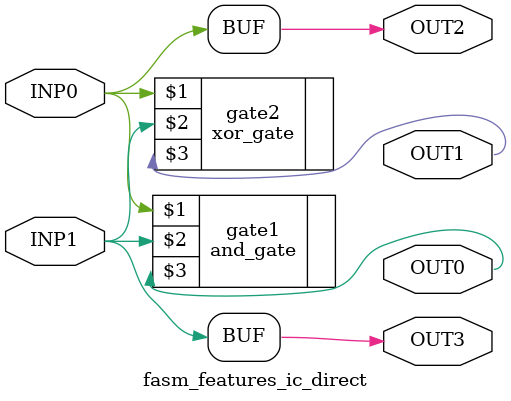
<source format=v>
`include "../common/and_gate.sim.v"
`include "../common/xor_gate.sim.v"

module fasm_features_ic_direct (
  input  INP0,
  input  INP1,
  output OUT0,
  output OUT1,
  output OUT2,
  output OUT3
);

wire INP0;
wire INP1;

(* FASM_MUX = "out0_fasm_mux" *)
wire OUT0;
(* FASM_MUX = "out1_fasm_mux" *)
wire OUT1;
(* FASM_MUX = "out2_fasm_mux" *)
wire OUT2;

wire OUT3;

and_gate gate1(INP0, INP1, OUT0);
xor_gate gate2(INP0, INP1, OUT1);

assign OUT2 = INP0;
assign OUT3 = INP1;

endmodule


</source>
